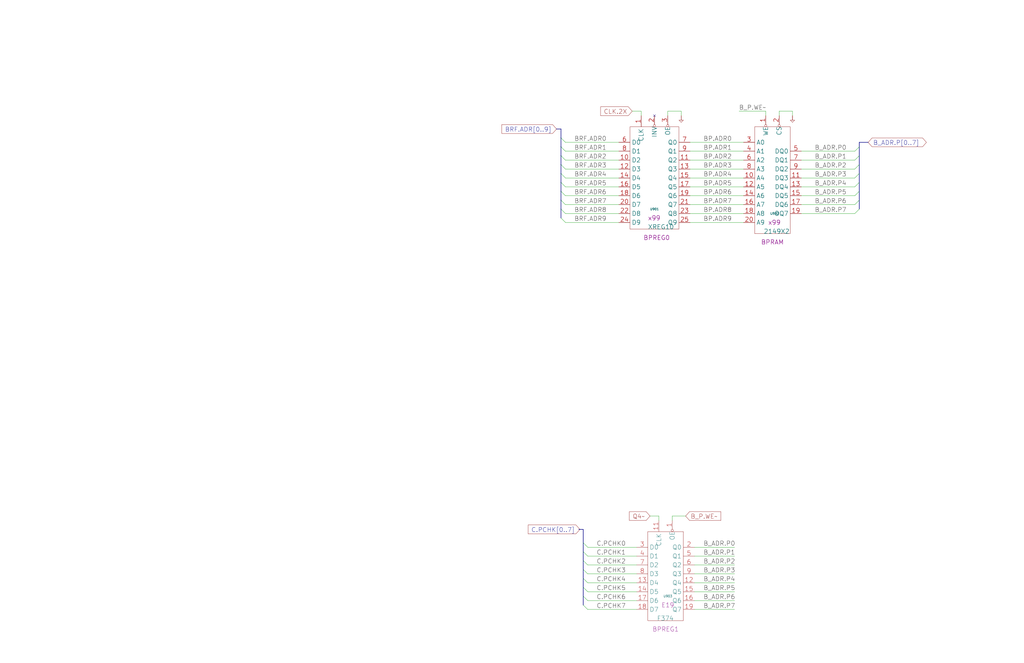
<source format=kicad_sch>
(kicad_sch (version 20230121) (generator eeschema)
  (paper "User" 584.2 378.46)
  (title_block (title "REGISTER FILE B\\nRAM ARRAY") (date "22-MAR-90") (rev "1.0") (comment 1 "VALUE") (comment 2 "232-003063") (comment 3 "S400") (comment 4 "RELEASED"))
  (lib_symbols
    (symbol "r1000:2149X2" (pin_names (offset 1.016))
      (property "Reference" "U" (at 2.54 5.08 0))
      (property "Value" "2149X2" (at -3.81 -5.08 0))
      (property "Location" "___" (at -1.27 0 0))
      (property "Name" "______" (at 1.27 -12.7 0))
      (symbol "2149X2_1_1"
        (rectangle (start -8.89 54.61) (end 11.43 -6.35))
        (circle (center -2.54 55.245) (radius 0.635))
        (circle (center 5.08 55.245) (radius 0.635))
        (pin input line (at -2.54 60.96 270) (length 5.08) (name "WE") (number "1"))
        (pin input line (at -15.24 25.4 0) (length 6.35) (name "A4") (number "10"))
        (pin bidirectional line (at 17.78 25.4 180) (length 6.35) (name "DQ3") (number "11"))
        (pin input line (at -15.24 20.32 0) (length 6.35) (name "A5") (number "12"))
        (pin bidirectional line (at 17.78 20.32 180) (length 6.35) (name "DQ4") (number "13"))
        (pin input line (at -15.24 15.24 0) (length 6.35) (name "A6") (number "14"))
        (pin bidirectional line (at 17.78 15.24 180) (length 6.35) (name "DQ5") (number "15"))
        (pin input line (at -15.24 10.16 0) (length 6.35) (name "A7") (number "16"))
        (pin bidirectional line (at 17.78 10.16 180) (length 6.35) (name "DQ6") (number "17"))
        (pin input line (at -15.24 5.08 0) (length 6.35) (name "A8") (number "18"))
        (pin bidirectional line (at 17.78 5.08 180) (length 6.35) (name "DQ7") (number "19"))
        (pin input line (at 5.08 60.96 270) (length 5.08) (name "CS") (number "2"))
        (pin input line (at -15.24 0 0) (length 6.35) (name "A9") (number "20"))
        (pin input line (at -15.24 45.72 0) (length 6.35) (name "A0") (number "3"))
        (pin input line (at -15.24 40.64 0) (length 6.35) (name "A1") (number "4"))
        (pin bidirectional line (at 17.78 40.64 180) (length 6.35) (name "DQ0") (number "5"))
        (pin input line (at -15.24 35.56 0) (length 6.35) (name "A2") (number "6"))
        (pin bidirectional line (at 17.78 35.56 180) (length 6.35) (name "DQ1") (number "7"))
        (pin input line (at -15.24 30.48 0) (length 6.35) (name "A3") (number "8"))
        (pin bidirectional line (at 17.78 30.48 180) (length 6.35) (name "DQ2") (number "9"))
      )
    )
    (symbol "r1000:F374" (pin_names (offset 1.016))
      (property "Reference" "U" (at 2.54 5.08 0))
      (property "Value" "F374" (at -3.81 -7.62 0))
      (property "Location" "___" (at -1.27 0 0))
      (property "Name" "______" (at 1.27 -15.24 0))
      (symbol "F374_1_1"
        (rectangle (start -8.89 41.91) (end 11.43 -8.89))
        (circle (center 5.08 42.545) (radius 0.635))
        (pin input line (at 5.08 48.26 270) (length 5.08) (name "OE") (number "1"))
        (pin input line (at -2.54 48.26 270) (length 6.35) (name "CLK") (number "11"))
        (pin tri_state line (at 17.78 12.7 180) (length 6.35) (name "Q4") (number "12"))
        (pin input line (at -15.24 12.7 0) (length 6.35) (name "D4") (number "13"))
        (pin input line (at -15.24 7.62 0) (length 6.35) (name "D5") (number "14"))
        (pin tri_state line (at 17.78 7.62 180) (length 6.35) (name "Q5") (number "15"))
        (pin tri_state line (at 17.78 2.54 180) (length 6.35) (name "Q6") (number "16"))
        (pin input line (at -15.24 2.54 0) (length 6.35) (name "D6") (number "17"))
        (pin input line (at -15.24 -2.54 0) (length 6.35) (name "D7") (number "18"))
        (pin tri_state line (at 17.78 -2.54 180) (length 6.35) (name "Q7") (number "19"))
        (pin tri_state line (at 17.78 33.02 180) (length 6.35) (name "Q0") (number "2"))
        (pin input line (at -15.24 33.02 0) (length 6.35) (name "D0") (number "3"))
        (pin input line (at -15.24 27.94 0) (length 6.35) (name "D1") (number "4"))
        (pin tri_state line (at 17.78 27.94 180) (length 6.35) (name "Q1") (number "5"))
        (pin tri_state line (at 17.78 22.86 180) (length 6.35) (name "Q2") (number "6"))
        (pin input line (at -15.24 22.86 0) (length 6.35) (name "D2") (number "7"))
        (pin input line (at -15.24 17.78 0) (length 6.35) (name "D3") (number "8"))
        (pin tri_state line (at 17.78 17.78 180) (length 6.35) (name "Q3") (number "9"))
      )
    )
    (symbol "r1000:PD" (power) (pin_numbers hide) (pin_names hide) (in_bom no)
      (symbol "PD_0_1"
        (polyline (pts (xy 0 -2.54) (xy 1.27 -2.54) (xy 0 -3.81) (xy -1.27 -2.54) (xy 0 -2.54)) (stroke (width 0.1524)))
      )
      (symbol "PD_1_1"
        (pin power_in line (at 0 0 270) (length 2.54) (name "PD") (number "1"))
      )
    )
    (symbol "r1000:XREG10" (pin_names (offset 1.016))
      (property "Reference" "U" (at 2.54 5.08 0))
      (property "Value" "XREG10" (at -1.27 -5.08 0))
      (property "Location" "___" (at -1.27 0 0))
      (property "Name" "______" (at 3.81 -12.7 0))
      (symbol "XREG10_1_1"
        (rectangle (start -11.43 52.07) (end 16.51 -6.35))
        (circle (center 2.54 52.705) (radius 0.635))
        (circle (center 10.16 52.705) (radius 0.635))
        (pin input line (at -5.08 58.42 270) (length 6.35) (name "CLK") (number "1"))
        (pin input line (at -17.78 33.02 0) (length 6.35) (name "D2") (number "10"))
        (pin tri_state line (at 22.86 33.02 180) (length 6.35) (name "Q2") (number "11"))
        (pin input line (at -17.78 27.94 0) (length 6.35) (name "D3") (number "12"))
        (pin tri_state line (at 22.86 27.94 180) (length 6.35) (name "Q3") (number "13"))
        (pin input line (at -17.78 22.86 0) (length 6.35) (name "D4") (number "14"))
        (pin tri_state line (at 22.86 22.86 180) (length 6.35) (name "Q4") (number "15"))
        (pin input line (at -17.78 17.78 0) (length 6.35) (name "D5") (number "16"))
        (pin tri_state line (at 22.86 17.78 180) (length 6.35) (name "Q5") (number "17"))
        (pin input line (at -17.78 12.7 0) (length 6.35) (name "D6") (number "18"))
        (pin tri_state line (at 22.86 12.7 180) (length 6.35) (name "Q6") (number "19"))
        (pin input line (at 2.54 58.42 270) (length 5.08) (name "INV") (number "2"))
        (pin input line (at -17.78 7.62 0) (length 6.35) (name "D7") (number "20"))
        (pin tri_state line (at 22.86 7.62 180) (length 6.35) (name "Q7") (number "21"))
        (pin input line (at -17.78 2.54 0) (length 6.35) (name "D8") (number "22"))
        (pin tri_state line (at 22.86 2.54 180) (length 6.35) (name "Q8") (number "23"))
        (pin input line (at -17.78 -2.54 0) (length 6.35) (name "D9") (number "24"))
        (pin tri_state line (at 22.86 -2.54 180) (length 6.35) (name "Q9") (number "25"))
        (pin input line (at 10.16 58.42 270) (length 5.08) (name "OE") (number "3"))
        (pin input line (at -17.78 43.18 0) (length 6.35) (name "D0") (number "6"))
        (pin tri_state line (at 22.86 43.18 180) (length 6.35) (name "Q0") (number "7"))
        (pin input line (at -17.78 38.1 0) (length 6.35) (name "D1") (number "8"))
        (pin tri_state line (at 22.86 38.1 180) (length 6.35) (name "Q1") (number "9"))
      )
    )
  )
  (no_connect (at 373.38 66.04))
  (bus_entry (at 332.74 345.44) (size 2.54 2.54))
  (bus_entry (at 320.04 104.14) (size 2.54 2.54))
  (bus_entry (at 320.04 114.3) (size 2.54 2.54))
  (bus_entry (at 320.04 119.38) (size 2.54 2.54))
  (bus_entry (at 320.04 83.82) (size 2.54 2.54))
  (bus_entry (at 490.22 93.98) (size -2.54 2.54))
  (bus_entry (at 490.22 114.3) (size -2.54 2.54))
  (bus_entry (at 490.22 109.22) (size -2.54 2.54))
  (bus_entry (at 320.04 88.9) (size 2.54 2.54))
  (bus_entry (at 320.04 124.46) (size 2.54 2.54))
  (bus_entry (at 490.22 83.82) (size -2.54 2.54))
  (bus_entry (at 490.22 99.06) (size -2.54 2.54))
  (bus_entry (at 490.22 88.9) (size -2.54 2.54))
  (bus_entry (at 320.04 93.98) (size 2.54 2.54))
  (bus_entry (at 490.22 119.38) (size -2.54 2.54))
  (bus_entry (at 320.04 78.74) (size 2.54 2.54))
  (bus_entry (at 320.04 109.22) (size 2.54 2.54))
  (bus_entry (at 332.74 309.88) (size 2.54 2.54))
  (bus_entry (at 332.74 314.96) (size 2.54 2.54))
  (bus_entry (at 332.74 330.2) (size 2.54 2.54))
  (bus_entry (at 332.74 320.04) (size 2.54 2.54))
  (bus_entry (at 332.74 340.36) (size 2.54 2.54))
  (bus_entry (at 490.22 104.14) (size -2.54 2.54))
  (bus_entry (at 332.74 325.12) (size 2.54 2.54))
  (bus_entry (at 320.04 99.06) (size 2.54 2.54))
  (bus_entry (at 332.74 335.28) (size 2.54 2.54))
  (bus (pts (xy 490.22 88.9) (xy 490.22 93.98)))
  (wire (pts (xy 335.28 312.42) (xy 363.22 312.42)))
  (wire (pts (xy 393.7 116.84) (xy 424.18 116.84)))
  (bus (pts (xy 320.04 78.74) (xy 320.04 83.82)))
  (wire (pts (xy 335.28 327.66) (xy 363.22 327.66)))
  (wire (pts (xy 322.58 106.68) (xy 353.06 106.68)))
  (wire (pts (xy 393.7 106.68) (xy 424.18 106.68)))
  (bus (pts (xy 320.04 99.06) (xy 320.04 104.14)))
  (bus (pts (xy 320.04 93.98) (xy 320.04 99.06)))
  (bus (pts (xy 320.04 119.38) (xy 320.04 124.46)))
  (bus (pts (xy 330.2 302.26) (xy 332.74 302.26)))
  (wire (pts (xy 360.68 63.5) (xy 365.76 63.5)))
  (wire (pts (xy 396.24 312.42) (xy 419.1 312.42)))
  (wire (pts (xy 375.92 294.64) (xy 375.92 297.18)))
  (wire (pts (xy 393.7 91.44) (xy 424.18 91.44)))
  (bus (pts (xy 490.22 81.28) (xy 495.3 81.28)))
  (wire (pts (xy 322.58 111.76) (xy 353.06 111.76)))
  (bus (pts (xy 490.22 93.98) (xy 490.22 99.06)))
  (wire (pts (xy 457.2 116.84) (xy 487.68 116.84)))
  (wire (pts (xy 396.24 347.98) (xy 419.1 347.98)))
  (bus (pts (xy 320.04 88.9) (xy 320.04 93.98)))
  (wire (pts (xy 322.58 96.52) (xy 353.06 96.52)))
  (bus (pts (xy 320.04 73.66) (xy 320.04 78.74)))
  (wire (pts (xy 335.28 342.9) (xy 363.22 342.9)))
  (wire (pts (xy 365.76 63.5) (xy 365.76 66.04)))
  (wire (pts (xy 444.5 63.5) (xy 444.5 66.04)))
  (bus (pts (xy 332.74 320.04) (xy 332.74 325.12)))
  (wire (pts (xy 335.28 317.5) (xy 363.22 317.5)))
  (wire (pts (xy 322.58 127) (xy 353.06 127)))
  (wire (pts (xy 370.84 294.64) (xy 375.92 294.64)))
  (bus (pts (xy 320.04 83.82) (xy 320.04 88.9)))
  (bus (pts (xy 332.74 335.28) (xy 332.74 340.36)))
  (wire (pts (xy 421.64 63.5) (xy 436.88 63.5)))
  (bus (pts (xy 490.22 114.3) (xy 490.22 119.38)))
  (bus (pts (xy 332.74 302.26) (xy 332.74 309.88)))
  (wire (pts (xy 322.58 86.36) (xy 353.06 86.36)))
  (wire (pts (xy 335.28 322.58) (xy 363.22 322.58)))
  (bus (pts (xy 317.5 73.66) (xy 320.04 73.66)))
  (wire (pts (xy 457.2 96.52) (xy 487.68 96.52)))
  (wire (pts (xy 452.12 63.5) (xy 452.12 66.04)))
  (bus (pts (xy 332.74 314.96) (xy 332.74 320.04)))
  (wire (pts (xy 322.58 91.44) (xy 353.06 91.44)))
  (bus (pts (xy 490.22 104.14) (xy 490.22 109.22)))
  (wire (pts (xy 393.7 111.76) (xy 424.18 111.76)))
  (wire (pts (xy 381 63.5) (xy 381 66.04)))
  (wire (pts (xy 457.2 91.44) (xy 487.68 91.44)))
  (wire (pts (xy 436.88 63.5) (xy 436.88 66.04)))
  (wire (pts (xy 452.12 63.5) (xy 444.5 63.5)))
  (bus (pts (xy 332.74 330.2) (xy 332.74 335.28)))
  (wire (pts (xy 388.62 66.04) (xy 388.62 63.5)))
  (bus (pts (xy 320.04 109.22) (xy 320.04 114.3)))
  (bus (pts (xy 490.22 83.82) (xy 490.22 88.9)))
  (wire (pts (xy 457.2 101.6) (xy 487.68 101.6)))
  (wire (pts (xy 419.1 332.74) (xy 396.24 332.74)))
  (bus (pts (xy 490.22 99.06) (xy 490.22 104.14)))
  (wire (pts (xy 393.7 96.52) (xy 424.18 96.52)))
  (wire (pts (xy 396.24 337.82) (xy 419.1 337.82)))
  (wire (pts (xy 393.7 86.36) (xy 424.18 86.36)))
  (wire (pts (xy 383.54 294.64) (xy 383.54 297.18)))
  (wire (pts (xy 388.62 63.5) (xy 381 63.5)))
  (wire (pts (xy 393.7 121.92) (xy 424.18 121.92)))
  (bus (pts (xy 332.74 309.88) (xy 332.74 314.96)))
  (wire (pts (xy 393.7 81.28) (xy 424.18 81.28)))
  (wire (pts (xy 457.2 86.36) (xy 487.68 86.36)))
  (wire (pts (xy 335.28 347.98) (xy 363.22 347.98)))
  (bus (pts (xy 320.04 114.3) (xy 320.04 119.38)))
  (wire (pts (xy 383.54 294.64) (xy 391.16 294.64)))
  (wire (pts (xy 419.1 322.58) (xy 396.24 322.58)))
  (wire (pts (xy 457.2 121.92) (xy 487.68 121.92)))
  (wire (pts (xy 396.24 317.5) (xy 419.1 317.5)))
  (wire (pts (xy 322.58 81.28) (xy 353.06 81.28)))
  (bus (pts (xy 490.22 109.22) (xy 490.22 114.3)))
  (wire (pts (xy 335.28 332.74) (xy 363.22 332.74)))
  (wire (pts (xy 396.24 327.66) (xy 419.1 327.66)))
  (wire (pts (xy 393.7 101.6) (xy 424.18 101.6)))
  (wire (pts (xy 322.58 116.84) (xy 353.06 116.84)))
  (bus (pts (xy 332.74 325.12) (xy 332.74 330.2)))
  (wire (pts (xy 419.1 342.9) (xy 396.24 342.9)))
  (wire (pts (xy 457.2 111.76) (xy 487.68 111.76)))
  (wire (pts (xy 322.58 121.92) (xy 353.06 121.92)))
  (wire (pts (xy 457.2 106.68) (xy 487.68 106.68)))
  (bus (pts (xy 332.74 340.36) (xy 332.74 345.44)))
  (bus (pts (xy 320.04 104.14) (xy 320.04 109.22)))
  (wire (pts (xy 322.58 101.6) (xy 353.06 101.6)))
  (wire (pts (xy 335.28 337.82) (xy 363.22 337.82)))
  (bus (pts (xy 490.22 81.28) (xy 490.22 83.82)))
  (wire (pts (xy 393.7 127) (xy 424.18 127)))
  (label "BRF.ADR9" (at 327.66 127 0) (effects (font (size 2.54 2.54))))
  (label "BRF.ADR5" (at 327.66 106.68 0) (effects (font (size 2.54 2.54))))
  (label "BP.ADR7" (at 401.32 116.84 0) (effects (font (size 2.54 2.54))))
  (label "BRF.ADR0" (at 327.66 81.28 0) (effects (font (size 2.54 2.54))))
  (label "BRF.ADR6" (at 327.66 111.76 0) (effects (font (size 2.54 2.54))))
  (label "BRF.ADR2" (at 327.66 91.44 0) (effects (font (size 2.54 2.54))))
  (label "C.PCHK5" (at 340.36 337.82 0) (effects (font (size 2.54 2.54))))
  (label "BP.ADR1" (at 401.32 86.36 0) (effects (font (size 2.54 2.54))))
  (label "C.PCHK2" (at 340.36 322.58 0) (effects (font (size 2.54 2.54))))
  (label "BP.ADR0" (at 401.32 81.28 0) (effects (font (size 2.54 2.54))))
  (label "B_ADR.P2" (at 401.32 322.58 0) (effects (font (size 2.54 2.54))))
  (label "B_P.WE~" (at 421.64 63.5 0) (effects (font (size 2.54 2.54))))
  (label "B_ADR.P4" (at 464.82 106.68 0) (effects (font (size 2.54 2.54))))
  (label "C.PCHK4" (at 340.36 332.74 0) (effects (font (size 2.54 2.54))))
  (label "BP.ADR3" (at 401.32 96.52 0) (effects (font (size 2.54 2.54))))
  (label "B_ADR.P4" (at 401.32 332.74 0) (effects (font (size 2.54 2.54))))
  (label "B_ADR.P3" (at 464.82 101.6 0) (effects (font (size 2.54 2.54))))
  (label "C.PCHK7" (at 340.36 347.98 0) (effects (font (size 2.54 2.54))))
  (label "B_ADR.P3" (at 401.32 327.66 0) (effects (font (size 2.54 2.54))))
  (label "B_ADR.P6" (at 464.82 116.84 0) (effects (font (size 2.54 2.54))))
  (label "B_ADR.P5" (at 464.82 111.76 0) (effects (font (size 2.54 2.54))))
  (label "B_ADR.P1" (at 464.82 91.44 0) (effects (font (size 2.54 2.54))))
  (label "BP.ADR4" (at 401.32 101.6 0) (effects (font (size 2.54 2.54))))
  (label "B_ADR.P6" (at 401.32 342.9 0) (effects (font (size 2.54 2.54))))
  (label "BRF.ADR4" (at 327.66 101.6 0) (effects (font (size 2.54 2.54))))
  (label "B_ADR.P7" (at 401.32 347.98 0) (effects (font (size 2.54 2.54))))
  (label "BRF.ADR7" (at 327.66 116.84 0) (effects (font (size 2.54 2.54))))
  (label "C.PCHK0" (at 340.36 312.42 0) (effects (font (size 2.54 2.54))))
  (label "C.PCHK6" (at 340.36 342.9 0) (effects (font (size 2.54 2.54))))
  (label "B_ADR.P2" (at 464.82 96.52 0) (effects (font (size 2.54 2.54))))
  (label "BP.ADR6" (at 401.32 111.76 0) (effects (font (size 2.54 2.54))))
  (label "BRF.ADR8" (at 327.66 121.92 0) (effects (font (size 2.54 2.54))))
  (label "C.PCHK1" (at 340.36 317.5 0) (effects (font (size 2.54 2.54))))
  (label "BRF.ADR1" (at 327.66 86.36 0) (effects (font (size 2.54 2.54))))
  (label "BP.ADR8" (at 401.32 121.92 0) (effects (font (size 2.54 2.54))))
  (label "B_ADR.P7" (at 464.82 121.92 0) (effects (font (size 2.54 2.54))))
  (label "BP.ADR5" (at 401.32 106.68 0) (effects (font (size 2.54 2.54))))
  (label "BP.ADR9" (at 401.32 127 0) (effects (font (size 2.54 2.54))))
  (label "C.PCHK3" (at 340.36 327.66 0) (effects (font (size 2.54 2.54))))
  (label "B_ADR.P0" (at 401.32 312.42 0) (effects (font (size 2.54 2.54))))
  (label "B_ADR.P0" (at 464.82 86.36 0) (effects (font (size 2.54 2.54))))
  (label "B_ADR.P1" (at 401.32 317.5 0) (effects (font (size 2.54 2.54))))
  (label "BRF.ADR3" (at 327.66 96.52 0) (effects (font (size 2.54 2.54))))
  (label "BP.ADR2" (at 401.32 91.44 0) (effects (font (size 2.54 2.54))))
  (label "B_ADR.P5" (at 401.32 337.82 0) (effects (font (size 2.54 2.54))))
  (global_label "Q4~" (shape input) (at 370.84 294.64 180) (effects (font (size 2.54 2.54))) (property "Intersheetrefs" "${INTERSHEET_REFS}" (at 352.9511 294.4813 0) (effects (font (size 1.905 1.905)) (justify right))))
  (global_label "CLK.2X" (shape input) (at 360.68 63.5 180) (effects (font (size 2.54 2.54))) (property "Intersheetrefs" "${INTERSHEET_REFS}" (at 333.8407 63.3413 0) (effects (font (size 1.905 1.905)) (justify right))))
  (global_label "B_ADR.P[0..7]" (shape bidirectional) (at 495.3 81.28 0) (effects (font (size 2.54 2.54))) (property "Intersheetrefs" "${INTERSHEET_REFS}" (at 526.2517 81.1213 0) (effects (font (size 1.905 1.905)) (justify left))))
  (global_label "C.PCHK[0..7]" (shape input) (at 330.8311 302.26 180) (effects (font (size 2.54 2.54))) (property "Intersheetrefs" "${INTERSHEET_REFS}" (at 301.3308 302.1013 0) (effects (font (size 1.905 1.905)) (justify right))))
  (global_label "B_P.WE~" (shape input) (at 391.16 294.64 0) (effects (font (size 2.54 2.54))) (property "Intersheetrefs" "${INTERSHEET_REFS}" (at 411.226 294.4813 0) (effects (font (size 1.905 1.905)) (justify left))))
  (global_label "BRF.ADR[0..9]" (shape input) (at 317.5 73.66 180) (effects (font (size 2.54 2.54))) (property "Intersheetrefs" "${INTERSHEET_REFS}" (at 285.6398 73.66 0) (effects (font (size 1.905 1.905)) (justify right))))
  (symbol (lib_id "r1000:XREG10") (at 370.84 124.46 0) (unit 1)
    (property "Reference" "U901" (at 373.38 119.38 0))
    (property "Value" "XREG10" (at 369.57 129.54 0) (effects (font (size 2.54 2.54)) (justify left)))
    (property "Location" "x99" (at 369.57 124.46 0) (effects (font (size 2.54 2.54)) (justify left)))
    (property "Name" "BPREG0" (at 374.65 137.16 0) (effects (font (size 2.54 2.54)) (justify bottom)))
  )
  (symbol (lib_id "r1000:PD") (at 452.12 66.04 0) (unit 1) (in_bom no)
    (property "Reference" "#PWR0902" (effects hide))
    (property "Value" "PD" (effects hide))
  )
  (symbol (lib_id "r1000:PD") (at 388.62 66.04 0) (unit 1) (in_bom no)
    (property "Reference" "#PWR0901" (effects hide))
    (property "Value" "PD" (effects hide))
  )
  (symbol (lib_id "r1000:F374") (at 378.46 345.44 0) (unit 1)
    (property "Reference" "U903" (at 381 340.36 0))
    (property "Value" "F374" (at 374.65 353.06 0) (effects (font (size 2.54 2.54)) (justify left)))
    (property "Location" "E19" (at 377.19 345.44 0) (effects (font (size 2.54 2.54)) (justify left)))
    (property "Name" "BPREG1" (at 379.73 360.68 0) (effects (font (size 2.54 2.54)) (justify bottom)))
  )
  (symbol (lib_id "r1000:2149X2") (at 439.42 127 0) (unit 1)
    (property "Reference" "U902" (at 441.96 121.92 0))
    (property "Value" "2149X2" (at 435.61 132.08 0) (effects (font (size 2.54 2.54)) (justify left)))
    (property "Location" "x99" (at 438.15 127 0) (effects (font (size 2.54 2.54)) (justify left)))
    (property "Name" "BPRAM" (at 440.69 139.7 0) (effects (font (size 2.54 2.54)) (justify bottom)))
  )
)
</source>
